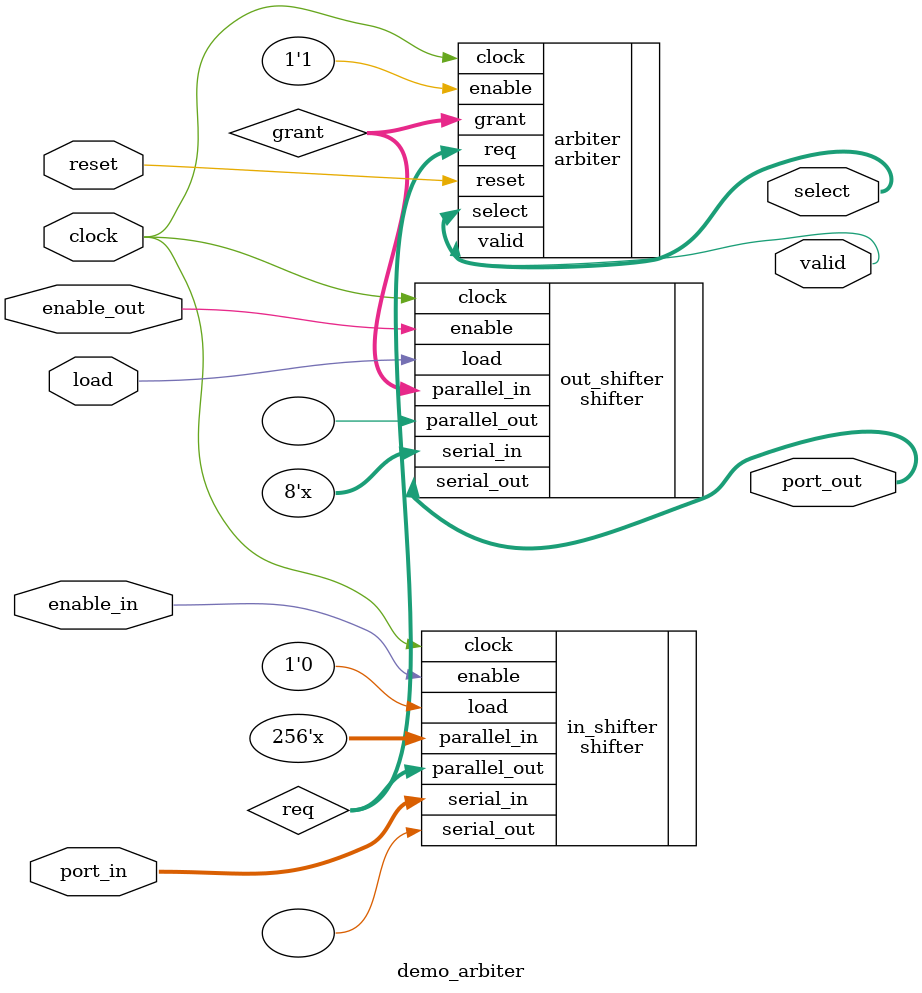
<source format=v>
/*
 * Copyright (c) 2008, Kendall Correll
 *
 * Permission to use, copy, modify, and distribute this software for any
 * purpose with or without fee is hereby granted, provided that the above
 * copyright notice and this permission notice appear in all copies.
 *
 * THE SOFTWARE IS PROVIDED "AS IS" AND THE AUTHOR DISCLAIMS ALL WARRANTIES
 * WITH REGARD TO THIS SOFTWARE INCLUDING ALL IMPLIED WARRANTIES OF
 * MERCHANTABILITY AND FITNESS. IN NO EVENT SHALL THE AUTHOR BE LIABLE FOR
 * ANY SPECIAL, DIRECT, INDIRECT, OR CONSEQUENTIAL DAMAGES OR ANY DAMAGES
 * WHATSOEVER RESULTING FROM LOSS OF USE, DATA OR PROFITS, WHETHER IN AN
 * ACTION OF CONTRACT, NEGLIGENCE OR OTHER TORTIOUS ACTION, ARISING OUT OF
 * OR IN CONNECTION WITH THE USE OR PERFORMANCE OF THIS SOFTWARE.
 */

`define PORT_WIDTH 8
`define ARB_WIDTH 256
`define SELECT_WIDTH 8

/*

These results give a rough idea of how the timing and size scale
with the arbiter width. It is useful to look at the trends, but
the individual values should be taken with a grain of salt.

Preliminary results using XC3S1600E-4FG320:

                  arbiter                        arbiter_x2
        /----------------------------\ /----------------------------\
 width    MHz    slices LUTs registers   MHz    slices LUTs registers
    8   214.961     22    34    35     287.439     34    42    53
   16   191.571     47    75    68     284.252     69    87   103
   32   148.943     99   163   133     211.730    122   169   188
   64   124.285    200   346   262     202.840    245   349   370
  128   102.807    434   717   519     165.044    490   739   699
  256   100.796    923  1555  1032     163.666    986  1504  1389
  512    87.176   1867  3120  2057     148.854   1973  2914  2686
 1024    81.974   3628  5976  4106     140.213   3947  5883  5360
 2048    69.214   7089 11444  8203     116.050   7966 12164 10513
 4096    49.332* 14853 24501 16396     113.404* 15592 23858 21011

* at 4096, arbiter and arbiter_x2 exceed device capacity

Preliminary results using EP3C25F324C8:

                  arbiter                        arbiter_x2
        /----------------------------\ /----------------------------\
 width    MHz    slices LUTs registers   MHz    slices LUTs registers
    8   384.17      37    33    35     453.31      55    29    53
   16   289.60      80    73    68     452.90     108    68   103
   32   259.74     165   160   133     357.53     206   152   188
   64   187.51     337   320   262     299.94     415   319   370
  128   132.12     675   630   519     226.50     853   685   699
  256   122.37    1362  1279  1032     217.96    1694  1353  1389
  512    99.91    2738  2627  2057     132.29    3303  2642  2686
 1024    85.54    5434  5121  4106     130.28    6622  5312  5360
 2048    71.77   10861 10128  8203     123.47   13236 10582 10513
 4096    61.10   21777 20313 16396     140.86   23208 21177 21011

*/

module demo_arbiter (
	input enable_in,
	input enable_out,
	input load,
	input [`PORT_WIDTH-1:0] port_in,
	output [`PORT_WIDTH-1:0] port_out,
	output [`SELECT_WIDTH-1:0] select,
	output valid,
	
	input clock,
	input reset
);

wire [`ARB_WIDTH-1:0] req, grant;

shifter #(
	.depth(`ARB_WIDTH/`PORT_WIDTH),
	.width(`PORT_WIDTH)
) in_shifter (
	.enable(enable_in),
	.load(1'b0),
	
	.parallel_in({`ARB_WIDTH{1'bx}}),
	.serial_in(port_in),
	.parallel_out(req),
	.serial_out(),
	
	.clock(clock)
);

arbiter #(
	.width(`ARB_WIDTH),
	.select_width(`SELECT_WIDTH)
) arbiter (
	.enable(1'b1),
	.req(req),
	.grant(grant),
	.select(select),
	.valid(valid),
	
	.clock(clock),
	.reset(reset)
);

shifter #(
	.depth(`ARB_WIDTH/`PORT_WIDTH),
	.width(`PORT_WIDTH)
) out_shifter (
	.enable(enable_out),
	.load(load),
	
	.parallel_in(grant),
	.serial_in({`PORT_WIDTH{1'bx}}),
	.parallel_out(),
	.serial_out(port_out),
	
	.clock(clock)
);

endmodule

</source>
